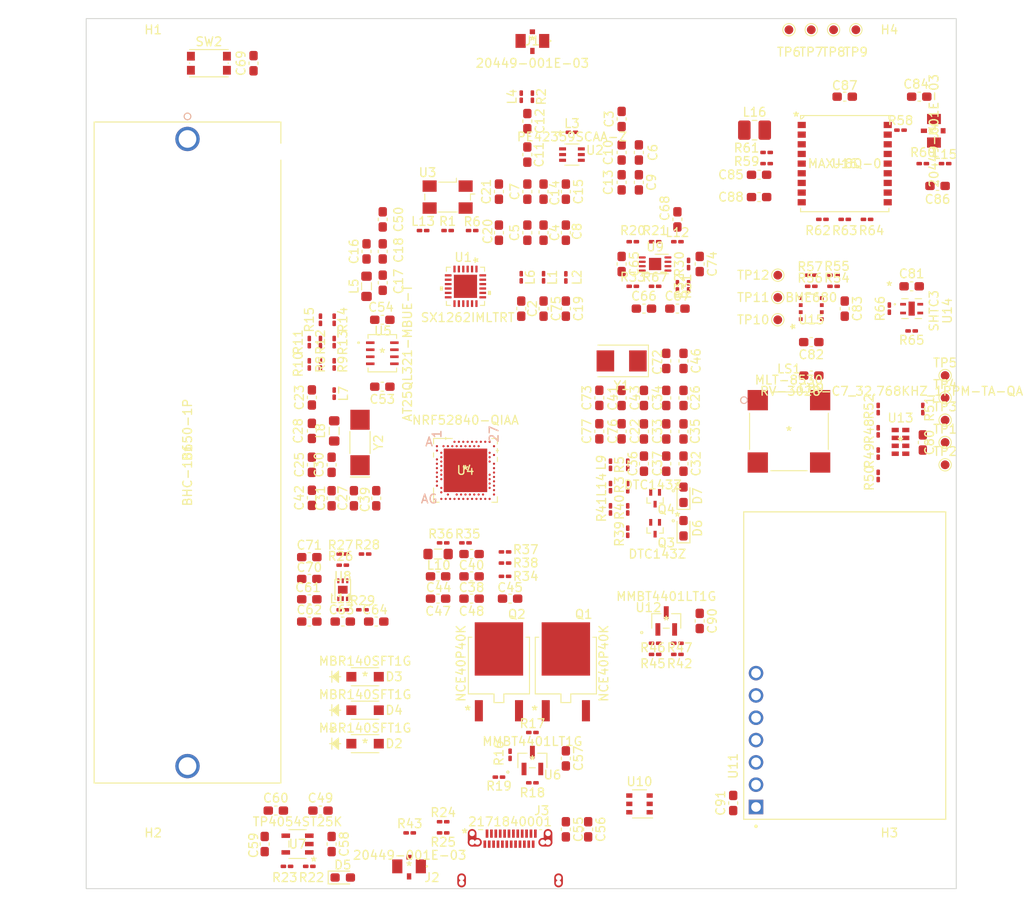
<source format=kicad_pcb>
(kicad_pcb (version 20211014) (generator pcbnew)
  (layers (0 "F.Cu" signal) (31 "B.Cu" signal) (34 "B.Paste" user) (35 "F.Paste" user) (36 "B.SilkS" user "B.Silkscreen") (37 "F.SilkS" user "F.Silkscreen") (38 "B.Mask" user) (39 "F.Mask" user) (44 "Edge.Cuts" user))
  (net 0 "")
  (net 1 "Net-(C2-Pad1)")
  (net 2 "GND")
  (net 3 "Net-(C3-Pad2)")
  (net 4 "Net-(C4-Pad1)")
  (net 5 "Net-(C5-Pad1)")
  (net 6 "Net-(C5-Pad2)")
  (net 7 "Net-(C6-Pad2)")
  (net 8 "Net-(C7-Pad1)")
  (net 9 "Net-(C11-Pad1)")
  (net 10 "Net-(C10-Pad1)")
  (net 11 "Net-(C12-Pad1)")
  (net 12 "Net-(C13-Pad1)")
  (net 13 "Net-(C14-Pad1)")
  (net 14 "Net-(C14-Pad2)")
  (net 15 "Net-(C16-Pad1)")
  (net 16 "+BATT")
  (net 17 "Net-(C19-Pad1)")
  (net 18 "Net-(C20-Pad1)")
  (net 19 "/32M_TCXO")
  (net 20 "Net-(C21-Pad1)")
  (net 21 "/DEC4_6")
  (net 22 "VDD")
  (net 23 "Net-(C26-Pad1)")
  (net 24 "Net-(C28-Pad2)")
  (net 25 "Net-(C30-Pad2)")
  (net 26 "Net-(C31-Pad2)")
  (net 27 "Net-(C33-Pad1)")
  (net 28 "Net-(C34-Pad1)")
  (net 29 "Net-(C35-Pad1)")
  (net 30 "Net-(C37-Pad1)")
  (net 31 "Net-(C40-Pad1)")
  (net 32 "VBUS")
  (net 33 "/NRF_RESET")
  (net 34 "+3V3")
  (net 35 "VD")
  (net 36 "Net-(R6-Pad1)")
  (net 37 "/I2C_SDA")
  (net 38 "/I2C_SCL")
  (net 39 "Net-(R54-Pad2)")
  (net 40 "Net-(C70-Pad1)")
  (net 41 "Net-(C71-Pad1)")
  (net 42 "Net-(C72-Pad1)")
  (net 43 "Net-(C73-Pad1)")
  (net 44 "Net-(C74-Pad1)")
  (net 45 "/NFC1")
  (net 46 "/NFC2")
  (net 47 "Net-(C84-Pad1)")
  (net 48 "Net-(C85-Pad1)")
  (net 49 "Net-(C86-Pad1)")
  (net 50 "Net-(C86-Pad2)")
  (net 51 "/RESET_GPS")
  (net 52 "Net-(D5-Pad1)")
  (net 53 "Net-(D6-Pad1)")
  (net 54 "Net-(D6-Pad2)")
  (net 55 "Net-(D7-Pad1)")
  (net 56 "Net-(D7-Pad2)")
  (net 57 "Net-(L5-Pad2)")
  (net 58 "Net-(L7-Pad2)")
  (net 59 "Net-(L8-Pad2)")
  (net 60 "Net-(L10-Pad2)")
  (net 61 "Net-(L11-Pad1)")
  (net 62 "Net-(L12-Pad1)")
  (net 63 "/DIO3")
  (net 64 "Net-(L15-Pad1)")
  (net 65 "/RF_LoRa")
  (net 66 "/ANT_SW")
  (net 67 "/DIO2")
  (net 68 "Net-(R16-Pad2)")
  (net 69 "Net-(Q1-Pad1)")
  (net 70 "/ADC_VBAT")
  (net 71 "Net-(R22-Pad2)")
  (net 72 "Net-(R23-Pad1)")
  (net 73 "Net-(J3-PadA5)")
  (net 74 "Net-(J3-PadB5)")
  (net 75 "Net-(R27-Pad2)")
  (net 76 "Net-(R31-Pad2)")
  (net 77 "Net-(R33-Pad2)")
  (net 78 "/I2C_SCL_2")
  (net 79 "/I2C_SDA_2")
  (net 80 "/IO6")
  (net 81 "/IO5")
  (net 82 "/RF_BT")
  (net 83 "Net-(R45-Pad2)")
  (net 84 "/PO-04{slash}AIN2")
  (net 85 "Net-(R52-Pad2)")
  (net 86 "Net-(R58-Pad2)")
  (net 87 "Net-(R59-Pad2)")
  (net 88 "Net-(R60-Pad1)")
  (net 89 "/STANDBY")
  (net 90 "/UART1_DE")
  (net 91 "/UART1_RX")
  (net 92 "/UART1_TX")
  (net 93 "/PO-31{slash}ANT7")
  (net 94 "/QSPI_DIO1")
  (net 95 "/QSPI_DIO3")
  (net 96 "/DIO1")
  (net 97 "/SPI_MISO")
  (net 98 "/SPI_NSS")
  (net 99 "/QSPI_DIO0")
  (net 100 "/QSPI_DIO2")
  (net 101 "/QSPI_CLK")
  (net 102 "/BUSY")
  (net 103 "/SPI_MOSI")
  (net 104 "/SPI_CLK")
  (net 105 "/QSPI_CS")
  (net 107 "/PO-05{slash}AIN3")
  (net 113 "/NRESET")
  (net 116 "/LED2")
  (net 117 "/LED1")
  (net 118 "/SW2")
  (net 119 "/SW1")
  (net 120 "/SWDCLK")
  (net 121 "/UART2_TX")
  (net 123 "/SWDIO")
  (net 124 "/NRF_USB-")
  (net 125 "/NRF_USB+")
  (net 126 "/UART2_RX")
  (net 127 "/UART2_DE")
  (net 130 "VCC")
  (net 133 "/USB P")
  (net 134 "/USB N")
  (net 143 "Net-(LS1-Pad2)")
  (footprint "Resistor_SMD:R_0201_0603Metric_Pad0.64x0.40mm_HandSolder" (layer "F.Cu") (at 130.81 102.87)
    (fp_text reference "R27")
    (fp_text value "800k")
  )
  (footprint "Resistor_SMD:R_0201_0603Metric_Pad0.64x0.40mm_HandSolder" (layer "F.Cu") (at 186.69 71.12)
    (fp_text reference "R55")
    (fp_text value "0")
  )
  (footprint "footprints:NCE40P40K" (layer "F.Cu") (at 156.21 115.57)
    (fp_text reference "Q1")
    (fp_text value "NCE40P40K")
  )
  (footprint "footprints:DTC143ZEBTL" (layer "F.Cu") (at 166.37 99.935 180)
    (fp_text reference "Q3")
    (fp_text value "DTC143Z")
  )
  (footprint "Capacitor_SMD:C_0603_1608Metric_Pad1.08x0.95mm_HandSolder" (layer "F.Cu") (at 145.4735 102.87)
    (fp_text reference "C40")
    (fp_text value "4.7uF")
  )
  (footprint "Resistor_SMD:R_0201_0603Metric_Pad0.64x0.40mm_HandSolder" (layer "F.Cu") (at 142.24 101.6 180)
    (fp_text reference "R36")
    (fp_text value "4.7K")
  )
  (footprint "Resistor_SMD:R_0201_0603Metric_Pad0.64x0.40mm_HandSolder" (layer "F.Cu") (at 195.58 77.47 180)
    (fp_text reference "R65")
    (fp_text value "NC")
  )
  (footprint "Capacitor_SMD:C_0603_1608Metric_Pad1.08x0.95mm_HandSolder" (layer "F.Cu") (at 120.65 46.99 90)
    (fp_text reference "C69")
    (fp_text value "100nF")
  )
  (footprint "Capacitor_SMD:C_0603_1608Metric_Pad1.08x0.95mm_HandSolder" (layer "F.Cu") (at 187.96 74.93 -90)
    (fp_text reference "C83")
    (fp_text value "100nF")
  )
  (footprint "Capacitor_SMD:C_0603_1608Metric_Pad1.08x0.95mm_HandSolder" (layer "F.Cu") (at 135.36 71.9825 -90)
    (fp_text reference "C17")
    (fp_text value "100nF")
  )
  (footprint "Resistor_SMD:R_0201_0603Metric_Pad0.64x0.40mm_HandSolder" (layer "F.Cu") (at 128.27 76.2 -90)
    (fp_text reference "R15")
    (fp_text value "NC")
  )
  (footprint "Resistor_SMD:R_0201_0603Metric_Pad0.64x0.40mm_HandSolder" (layer "F.Cu") (at 163.2535 92.71 -90)
    (fp_text reference "R5")
    (fp_text value "100R")
  )
  (footprint "Resistor_SMD:R_0201_0603Metric_Pad0.64x0.40mm_HandSolder" (layer "F.Cu") (at 186.69 72.39 180)
    (fp_text reference "R54")
    (fp_text value "NC")
  )
  (footprint "Inductor_SMD:L_0201_0603Metric_Pad0.64x0.40mm_HandSolder" (layer "F.Cu") (at 139.954 66.04)
    (fp_text reference "L13")
    (fp_text value "120uH")
  )
  (footprint "Resistor_SMD:R_0201_0603Metric_Pad0.64x0.40mm_HandSolder" (layer "F.Cu") (at 168.91 113.03)
    (fp_text reference "R47")
    (fp_text value "4.7K")
  )
  (footprint "MountingHole:MountingHole_2.7mm" (layer "F.Cu") (at 105.41 137.16)
    (fp_text reference "H2")
    (fp_text value "MountingHole")
  )
  (footprint "Capacitor_SMD:C_0603_1608Metric_Pad1.08x0.95mm_HandSolder" (layer "F.Cu") (at 127 110.56)
    (fp_text reference "C62")
    (fp_text value "100nF")
  )
  (footprint "footprints:MAX-8Q-0" (layer "F.Cu") (at 187.96 58.42)
    (fp_text reference "U16")
    (fp_text value "MAX-8Q-0")
  )
  (footprint "footprints:SGM6036-ADJ" (layer "F.Cu") (at 130.81 102.362)
    (fp_text reference "U8")
    (fp_text value "SGM6036-ADJ")
  )
  (footprint "Capacitor_SMD:C_0603_1608Metric_Pad1.08x0.95mm_HandSolder" (layer "F.Cu") (at 151.8235 66.2815 -90)
    (fp_text reference "C4")
    (fp_text value "1uF")
  )
  (footprint "Capacitor_SMD:C_0603_1608Metric_Pad1.08x0.95mm_HandSolder" (layer "F.Cu") (at 168.91 74.93)
    (fp_text reference "C67")
    (fp_text value "100nF")
  )
  (footprint "Capacitor_SMD:C_0603_1608Metric_Pad1.08x0.95mm_HandSolder" (layer "F.Cu") (at 127 108.02)
    (fp_text reference "C61")
    (fp_text value "100nF")
  )
  (footprint "Capacitor_SMD:C_0603_1608Metric_Pad1.08x0.95mm_HandSolder" (layer "F.Cu") (at 158.75 134.2125 -90)
    (fp_text reference "C56")
    (fp_text value "100nF")
  )
  (footprint "TestPoint:TestPoint_Pad_D1.0mm" (layer "F.Cu") (at 199.39 90.17)
    (fp_text reference "TP1")
    (fp_text value "TestPoint")
  )
  (footprint "Capacitor_SMD:C_0603_1608Metric_Pad1.08x0.95mm_HandSolder" (layer "F.Cu") (at 187.96 50.8)
    (fp_text reference "C87")
    (fp_text value "100nF")
  )
  (footprint "Resistor_SMD:R_0201_0603Metric_Pad0.64x0.40mm_HandSolder" (layer "F.Cu") (at 133.05 109.22)
    (fp_text reference "R29")
    (fp_text value "1M")
  )
  (footprint "Inductor_SMD:L_0201_0603Metric_Pad0.64x0.40mm_HandSolder" (layer "F.Cu") (at 153.67 71.3615 -90)
    (fp_text reference "L1")
    (fp_text value "47nH")
  )
  (footprint "footprints:DTC143ZEBTL" (layer "F.Cu") (at 166.37 96.52 180)
    (fp_text reference "Q4")
    (fp_text value "DTC143Z")
  )
  (footprint "Capacitor_SMD:C_0603_1608Metric_Pad1.08x0.95mm_HandSolder" (layer "F.Cu") (at 178.2075 59.69)
    (fp_text reference "C85")
    (fp_text value "100nF")
  )
  (footprint "Crystal:Crystal_SMD_5032-2Pin_5.0x3.2mm" (layer "F.Cu") (at 162.56 80.885 180)
    (fp_text reference "Y1")
    (fp_text value "32MHz")
  )
  (footprint "TestPoint:TestPoint_Pad_D1.0mm" (layer "F.Cu") (at 180.34 73.66)
    (fp_text reference "TP11")
    (fp_text value "TestPoint")
  )
  (footprint "Capacitor_SMD:C_0603_1608Metric_Pad1.08x0.95mm_HandSolder" (layer "F.Cu") (at 162.56 85.1025 -90)
    (fp_text reference "C41")
    (fp_text value "100nF")
  )
  (footprint "Capacitor_SMD:C_0603_1608Metric_Pad1.08x0.95mm_HandSolder" (layer "F.Cu") (at 156.21 74.93 -90)
    (fp_text reference "C19")
    (fp_text value "1.8pF")
  )
  (footprint "Resistor_SMD:R_0201_0603Metric_Pad0.64x0.40mm_HandSolder" (layer "F.Cu") (at 170.18 69.85 90)
    (fp_text reference "R30")
    (fp_text value "32.4K")
  )
  (footprint "TestPoint:TestPoint_Pad_D1.0mm" (layer "F.Cu") (at 199.39 92.71)
    (fp_text reference "TP2")
    (fp_text value "TestPoint")
  )
  (footprint "Resistor_SMD:R_0201_0603Metric_Pad0.64x0.40mm_HandSolder" (layer "F.Cu") (at 128.27 78.74 90)
    (fp_text reference "R12")
    (fp_text value "0")
  )
  (footprint "Inductor_SMD:L_0201_0603Metric_Pad0.64x0.40mm_HandSolder" (layer "F.Cu") (at 199.39 58.42)
    (fp_text reference "L15")
    (fp_text value "47nH")
  )
  (footprint "Capacitor_SMD:C_0603_1608Metric_Pad1.08x0.95mm_HandSolder" (layer "F.Cu") (at 145.4735 107.95 180)
    (fp_text reference "C48")
    (fp_text value "100nF")
  )
  (footprint "Capacitor_SMD:C_0603_1608Metric_Pad1.08x0.95mm_HandSolder" (layer "F.Cu") (at 135.3135 76.2)
    (fp_text reference "C54")
    (fp_text value "100nF")
  )
  (footprint "TestPoint:TestPoint_Pad_D1.0mm" (layer "F.Cu") (at 189.23 43.18)
    (fp_text reference "TP9")
    (fp_text value "TestPoint")
  )
  (footprint "Capacitor_SMD:C_0603_1608Metric_Pad1.08x0.95mm_HandSolder" (layer "F.Cu") (at 196.85 90.17 -90)
    (fp_text reference "C80")
    (fp_text value "100nF")
  )
  (footprint "Capacitor_SMD:C_0603_1608Metric_Pad1.08x0.95mm_HandSolder" (layer "F.Cu") (at 127.2935 88.8525 -90)
    (fp_text reference "C28")
    (fp_text value "100nF")
  )
  (footprint "Capacitor_SMD:C_0603_1608Metric_Pad1.08x0.95mm_HandSolder" (layer "F.Cu") (at 151.8235 53.5815 -90)
    (fp_text reference "C12")
    (fp_text value "3.9pF")
  )
  (footprint "Resistor_SMD:R_0201_0603Metric_Pad0.64x0.40mm_HandSolder" (layer "F.Cu") (at 152.4 50.8 90)
    (fp_text reference "R2")
    (fp_text value "NC")
  )
  (footprint "Capacitor_SMD:C_0603_1608Metric_Pad1.08x0.95mm_HandSolder" (layer "F.Cu") (at 145.4735 105.41)
    (fp_text reference "C38")
    (fp_text value "4.7uF")
  )
  (footprint "Capacitor_SMD:C_0603_1608Metric_Pad1.08x0.95mm_HandSolder" (layer "F.Cu") (at 127.2935 85.0425 90)
    (fp_text reference "C23")
    (fp_text value "47nF")
  )
  (footprint "footprints:MBR140SFT1G" (layer "F.Cu") (at 133.35 124.46)
    (fp_text reference "D2")
    (fp_text value "MBR140SFT1G")
  )
  (footprint "Resistor_SMD:R_0201_0603Metric_Pad0.64x0.40mm_HandSolder" (layer "F.Cu") (at 142.24 134.62 180)
    (fp_text reference "R25")
    (fp_text value "4.7k")
  )
  (footprint "Capacitor_SMD:C_0603_1608Metric_Pad1.08x0.95mm_HandSolder" (layer "F.Cu") (at 134.62 96.52 -90)
    (fp_text reference "C39")
    (fp_text value "4.7uF")
  )
  (footprint "Capacitor_SMD:C_0603_1608Metric_Pad1.08x0.95mm_HandSolder" (layer "F.Cu") (at 130.81 110.56)
    (fp_text reference "C63")
    (fp_text value "100nF")
  )
  (footprint "LED_SMD:LED_0603_1608Metric_Pad1.05x0.95mm_HandSolder" (layer "F.Cu") (at 130.81 139.7)
    (fp_text reference "D5")
    (fp_text value "RED")
  )
  (footprint "Inductor_SMD:L_0805_2012Metric_Pad1.05x1.20mm_HandSolder" (layer "F.Cu") (at 141.6635 102.87 180)
    (fp_text reference "L10")
    (fp_text value "10uH")
  )
  (footprint "Capacitor_SMD:C_0603_1608Metric_Pad1.08x0.95mm_HandSolder" (layer "F.Cu") (at 162.56 88.9 90)
    (fp_text reference "C76")
    (fp_text value "300pF")
  )
  (footprint "footprints:PE42359SCAA-Z" (layer "F.Cu") (at 156.9035 57.3915)
    (fp_text reference "U2")
    (fp_text value "PE42359SCAA-Z")
  )
  (footprint "Resistor_SMD:R_0201_0603Metric_Pad0.64x0.40mm_HandSolder" (layer "F.Cu") (at 129.8335 76.2 -90)
    (fp_text reference "R14")
    (fp_text value "0")
  )
  (footprint "Capacitor_SMD:C_0603_1608Metric_Pad1.08x0.95mm_HandSolder" (layer "F.Cu") (at 160.02 88.9 90)
    (fp_text reference "C77")
    (fp_text value "300pF")
  )
  (footprint "TestPoint:TestPoint_Pad_D1.0mm" (layer "F.Cu") (at 199.39 85.09)
    (fp_text reference "TP4")
    (fp_text value "TestPoint")
  )
  (footprint "Resistor_SMD:R_0201_0603Metric_Pad0.64x0.40mm_HandSolder" (layer "F.Cu") (at 129.8335 78.74 90)
    (fp_text reference "R13")
    (fp_text value "NC")
  )
  (footprint "Resistor_SMD:R_0201_0603Metric_Pad0.64x0.40mm_HandSolder" (layer "F.Cu") (at 163.2535 97.79 90)
    (fp_text reference "R40")
    (fp_text value "1K")
  )
  (footprint "Resistor_SMD:R_0201_0603Metric_Pad0.64x0.40mm_HandSolder" (layer "F.Cu") (at 194.31 54.61)
    (fp_text reference "R58")
    (fp_text value "0")
  )
  (footprint "Capacitor_SMD:C_0603_1608Metric_Pad1.08x0.95mm_HandSolder" (layer "F.Cu") (at 162.56 53.34 90)
    (fp_text reference "C3")
    (fp_text value "1nF")
  )
  (footprint "footprints:NCE40P40K" (layer "F.Cu") (at 148.59 115.57)
    (fp_text reference "Q2")
    (fp_text value "NCE40P40K")
  )
  (footprint "Oscillator:Oscillator_SMD_Fox_FT5H_5.0x3.2mm" (layer "F.Cu") (at 142.748 62.23 -90)
    (fp_text reference "U3")
    (fp_text value "32MHz")
  )
  (footprint "Resistor_SMD:R_0201_0603Metric_Pad0.64x0.40mm_HandSolder" (layer "F.Cu") (at 163.2535 95.25 90)
    (fp_text reference "R3")
    (fp_text value "100R")
  )
  (footprint "TestPoint:TestPoint_Pad_D1.0mm" (layer "F.Cu") (at 199.39 82.55)
    (fp_text reference "TP5")
    (fp_text value "TestPoint")
  )
  (footprint "Capacitor_SMD:C_0603_1608Metric_Pad1.08x0.95mm_HandSolder" (layer "F.Cu") (at 151.8235 57.3915 90)
    (fp_text reference "C11")
    (fp_text value "3.9pF")
  )
  (footprint "Resistor_SMD:R_0201_0603Metric_Pad0.64x0.40mm_HandSolder" (layer "F.Cu") (at 184.15 71.12)
    (fp_text reference "R57")
    (fp_text value "NC")
  )
  (footprint "Inductor_SMD:L_0201_0603Metric_Pad0.64x0.40mm_HandSolder" (layer "F.Cu") (at 156.21 71.374 90)
    (fp_text reference "L2")
    (fp_text value "2.5nH")
  )
  (footprint "Resistor_SMD:R_0201_0603Metric_Pad0.64x0.40mm_HandSolder" (layer "F.Cu") (at 152.4 123.19 180)
    (fp_text reference "R17")
    (fp_text value "100K")
  )
  (footprint "Resistor_SMD:R_0201_0603Metric_Pad0.64x0.40mm_HandSolder" (layer "F.Cu") (at 127 81.28 -90)
    (fp_text reference "R10")
    (fp_text value "NC")
  )
  (footprint "Capacitor_SMD:C_0603_1608Metric_Pad1.08x0.95mm_HandSolder" (layer "F.Cu") (at 134.62 110.56)
    (fp_text reference "C64")
    (fp_text value "100nF")
  )
  (footprint "footprints:20449-001E-03" (layer "F.Cu") (at 138.3584 138.43 180)
    (fp_text reference "J2")
    (fp_text value "20449-001E-03")
  )
  (footprint "Capacitor_SMD:C_0603_1608Metric_Pad1.08x0.95mm_HandSolder" (layer "F.Cu") (at 148.59 61.609 90)
    (fp_text reference "C21")
    (fp_text value "100nF")
  )
  (footprint "Capacitor_SMD:C_0603_1608Metric_Pad1.08x0.95mm_HandSolder" (layer "F.Cu") (at 171.45 69.85 -90)
    (fp_text reference "C74")
    (fp_text value "22pF")
  )
  (footprint "footprints:MBR140SFT1G" (layer "F.Cu") (at 133.35 116.84)
    (fp_text reference "D3")
    (fp_text value "MBR140SFT1G")
  )
  (footprint "TestPoint:TestPoint_Pad_D1.0mm" (layer "F.Cu") (at 184.15 43.18)
    (fp_text reference "TP7")
    (fp_text value "TestPoint")
  )
  (footprint "Resistor_SMD:R_0201_0603Metric_Pad0.64x0.40mm_HandSolder" (layer "F.Cu") (at 145.542 66.04)
    (fp_text reference "R6")
    (fp_text value "220")
  )
  (footprint "Inductor_SMD:L_0201_0603Metric_Pad0.64x0.40mm_HandSolder" (layer "F.Cu") (at 130.81 109.22 180)
    (fp_text reference "L11")
    (fp_text value "4.7uH")
  )
  (footprint "Resistor_SMD:R_0201_0603Metric_Pad0.64x0.40mm_HandSolder" (layer "F.Cu") (at 163.83 72.39)
    (fp_text reference "R33")
    (fp_text value "10K")
  )
  (footprint "Capacitor_SMD:C_0603_1608Metric_Pad1.08x0.95mm_HandSolder" (layer "F.Cu") (at 169.6035 85.1025 90)
    (fp_text reference "C34")
    (fp_text value "1pF")
  )
  (footprint "Resistor_SMD:R_0201_0603Metric_Pad0.64x0.40mm_HandSolder" (layer "F.Cu") (at 142.748 66.04)
    (fp_text reference "R1")
    (fp_text value "0")
  )
  (footprint "footprints:MBR140SFT1G" (layer "F.Cu") (at 133.35 120.65)
    (fp_text reference "D4")
    (fp_text value "MBR140SFT1G")
  )
  (footprint "Resistor_SMD:R_0201_0603Metric_Pad0.64x0.40mm_HandSolder" (layer "F.Cu") (at 149.86 125.73 -90)
    (fp_text reference "R16")
    (fp_text value "47K")
  )
  (footprint "TestPoint:TestPoint_Pad_D1.0mm" (layer "F.Cu") (at 199.39 87.63)
    (fp_text reference "TP3")
    (fp_text value "TestPoint")
  )
  (footprint "Package_DFN_QFN:TDFN-8-1EP_3x2mm_P0.5mm_EP1.4x1.4mm" (layer "F.Cu") (at 166.37 69.85)
    (fp_text reference "U9")
    (fp_text value "SGM6019")
  )
  (footprint "Resistor_SMD:R_0201_0603Metric_Pad0.64x0.40mm_HandSolder" (layer "F.Cu") (at 142.24 133.35)
    (fp_text reference "R24")
    (fp_text value "4.7k")
  )
  (footprint "Capacitor_SMD:C_0603_1608Metric_Pad1.08x0.95mm_HandSolder" (layer "F.Cu") (at 135.36 68.414 90)
    (fp_text reference "C18")
    (fp_text value "100nF")
  )
  (footprint "Capacitor_SMD:C_0603_1608Metric_Pad1.08x0.95mm_HandSolder" (layer "F.Cu") (at 148.59 66.2815 -90)
    (fp_text reference "C20")
    (fp_text value "10pF")
  )
  (footprint "footprints:20449-001E-03" (layer "F.Cu") (at 198.12 54.6816 90)
    (fp_text reference "J4")
    (fp_text value "20449-001E-03")
  )
  (footprint "Resistor_SMD:R_0201_0603Metric_Pad0.64x0.40mm_HandSolder" (layer "F.Cu") (at 179.07 58.42)
    (fp_text reference "R59")
    (fp_text value "0")
  )
  (footprint "Capacitor_SMD:C_0603_1608Metric_Pad1.08x0.95mm_HandSolder" (layer "F.Cu") (at 153.67 74.93 -90)
    (fp_text reference "C75")
    (fp_text value "100nF")
  )
  (footprint "Resistor_SMD:R_0201_0603Metric_Pad0.64x0.40mm_HandSolder" (layer "F.Cu") (at 184.15 72.39)
    (fp_text reference "R56")
    (fp_text value "NC")
  )
  (footprint "TestPoint:TestPoint_Pad_D1.0mm" (layer "F.Cu") (at 186.69 43.18)
    (fp_text reference "TP8")
    (fp_text value "TestPoint")
  )
  (footprint "footprints:MMBT4401LT1G" (layer "F.Cu") (at 167.64 110.49)
    (fp_text reference "U12")
    (fp_text value "MMBT4401LT1G")
  )
  (footprint "Capacitor_SMD:C_0603_1608Metric_Pad1.08x0.95mm_HandSolder" (layer "F.Cu") (at 151.8235 61.609 90)
    (fp_text reference "C7")
    (fp_text value "39pF")
  )
  (footprint "Capacitor_SMD:C_0603_1608Metric_Pad1.08x0.95mm_HandSolder" (layer "F.Cu") (at 129.54 96.52 90)
    (fp_text reference "C31")
    (fp_text value "22pF")
  )
  (footprint "footprints:TP4054ST25K" (layer "F.Cu") (at 125.66015 135.89 180)
    (fp_text reference "U7")
    (fp_text value "TP4054ST25K")
  )
  (footprint "Capacitor_SMD:C_0603_1608Metric_Pad1.08x0.95mm_HandSolder" (layer "F.Cu") (at 165.1 92.5815 90)
    (fp_text reference "C36")
    (fp_text value "NC")
  )
  (footprint "footprints:20449-001E-03" (layer "F.Cu") (at 152.4 44.45 180)
    (fp_text reference "J1")
    (fp_text value "20449-001E-03")
  )
  (footprint "Resistor_SMD:R_0201_0603Metric_Pad0.64x0.40mm_HandSolder" (layer "F.Cu") (at 163.83 67.31)
    (fp_text reference "R20")
    (fp_text value "1M")
  )
  (footprint "Capacitor_SMD:C_0603_1608Metric_Pad1.08x0.95mm_HandSolder" (layer "F.Cu") (at 153.67 66.2815 90)
    (fp_text reference "C5")
    (fp_text value "3pF")
  )
  (footprint "MountingHole:MountingHole_2.7mm" (layer "F.Cu") (at 196.85 137.16)
    (fp_text reference "H3")
    (fp_text value "MountingHole")
  )
  (footprint "Capacitor_SMD:C_0603_1608Metric_Pad1.08x0.95mm_HandSolder" (layer "F.Cu") (at 165.1 88.9125 90)
    (fp_text reference "C22")
    (fp_text value "1uF")
  )
  (footprint "Capacitor_SMD:C_0603_1608Metric_Pad1.08x0.95mm_HandSolder" (layer "F.Cu") (at 127 105.704)
    (fp_text reference "C70")
    (fp_text value "1uF")
  )
  (footprint "Capacitor_SMD:C_0603_1608Metric_Pad1.08x0.95mm_HandSolder" (layer "F.Cu") (at 167.64 80.885 -90)
    (fp_text reference "C72")
    (fp_text value "12pF")
  )
  (footprint "Capacitor_SMD:C_0603_1608Metric_Pad1.08x0.95mm_HandSolder" (layer "F.Cu") (at 169.6035 92.5815 -90)
    (fp_text reference "C32")
    (fp_text value "NC")
  )
  (footprint "Capacitor_SMD:C_0603_1608Metric_Pad1.08x0.95mm_HandSolder" (layer "F.Cu") (at 198.5275 60.96)
    (fp_text reference "C86")
    (fp_text value "100pF")
  )
  (footprint "Resistor_SMD:R_0201_0603Metric_Pad0.64x0.40mm_HandSolder" (layer "F.Cu") (at 185.42 64.77)
    (fp_text reference "R62")
    (fp_text value "4.7K")
  )
  (footprint "Inductor_SMD:L_0201_0603Metric_Pad0.64x0.40mm_HandSolder" (layer "F.Cu") (at 161.29 92.71 90)
    (fp_text reference "L9")
    (fp_text value "3.9nH")
  )
  (footprint "MountingHole:MountingHole_2.7mm" (layer "F.Cu") (at 196.85 45.72)
    (fp_text reference "H4")
    (fp_text value "MountingHole")
  )
  (footprint "Resistor_SMD:R_0201_0603Metric_Pad0.64x0.40mm_HandSolder" (layer "F.Cu") (at 168.91 114.3 180)
    (fp_text reference "R42")
    (fp_text value "0")
  )
  (footprint "Resistor_SMD:R_0201_0603Metric_Pad0.64x0.40mm_HandSolder" (layer "F.Cu") (at 124.46 138.43)
    (fp_text reference "R23")
    (fp_text value "2.7k")
  )
  (footprint "Resistor_SMD:R_0201_0603Metric_Pad0.64x0.40mm_HandSolder" (layer "F.Cu") (at 193.04 74.93 90)
    (fp_text reference "R66")
    (fp_text value "NC")
  )
  (footprint "footprints:MODULE_SCD30" (layer "F.Cu") (at 187.96 115.57 90)
    (fp_text reference "U11")
    (fp_text value "SCD30")
  )
  (footprint "Resistor_SMD:R_0201_0603Metric_Pad0.64x0.40mm_HandSolder" (layer "F.Cu") (at 191.77 93.98 -90)
    (fp_text reference "R50")
    (fp_text value "10K")
  )
  (footprint "Capacitor_SMD:C_0603_1608Metric_Pad1.08x0.95mm_HandSolder" (layer "F.Cu") (at 168.91 64.77 90)
    (fp_text reference "C68")
    (fp_text value "100nF")
  )
  (footprint "footprints:RV-3028-C7 32.768KHZ 1PPM-TA-QA" (layer "F.Cu") (at 194.31 90.1)
    (fp_text reference "U13")
    (fp_text value "RV-3028-C7_32.768KHZ_1PPM-TA-QA")
  )
  (footprint "footprints:SHTC3" (layer "F.Cu") (at 195.58 74.93)
    (fp_text reference "U14")
    (fp_text value "SHTC3")
  )
  (footprint "Capacitor_SMD:C_0603_1608Metric_Pad1.08x0.95mm_HandSolder" (layer "F.Cu") (at 123.19 132.08)
    (fp_text reference "C60")
    (fp_text value "100uF")
  )
  (footprint "Resistor_SMD:R_0201_0603Metric_Pad0.64x0.40mm_HandSolder" (layer "F.Cu") (at 191.77 86.36 90)
    (fp_text reference "R52")
    (fp_text value "10K")
  )
  (footprint "Crystal:Crystal_SMD_MicroCrystal_CC4V-T1A-2Pin_5.0x1.9mm_HandSoldering" (layer "F.Cu") (at 132.7735 90.17 90)
    (fp_text reference "Y2")
    (fp_text value "32.768K")
  )
  (footprint "footprints:SX1262IMLTRT" (layer "F.Cu") (at 144.78 72.39 -90)
    (fp_text reference "U1")
    (fp_text value "SX1262IMLTRT")
  )
  (footprint "Capacitor_SMD:C_0603_1608Metric_Pad1.08x0.95mm_HandSolder" (layer "F.Cu") (at 171.45 110.49 -90)
    (fp_text reference "C90")
    (fp_text value "100nF")
  )
  (footprint "Resistor_SMD:R_0201_0603Metric_Pad0.64x0.40mm_HandSolder" (layer "F.Cu") (at 179.07 57.15)
    (fp_text reference "R61")
    (fp_text value "4.7K")
  )
  (footprint "Resistor_SMD:R_0201_0603Metric_Pad0.64x0.40mm_HandSolder" (layer "F.Cu") (at 191.77 88.9 -90)
    (fp_text reference "R48")
    (fp_text value "10K")
  )
  (footprint "Capacitor_SMD:C_0603_1608Metric_Pad1.08x0.95mm_HandSolder" (layer "F.Cu") (at 156.21 61.609 -90)
    (fp_text reference "C15")
    (fp_text value "NC")
  )
  (footprint "Resistor_SMD:R_0201_0603Metric_Pad0.64x0.40mm_HandSolder" (layer "F.Cu") (at 127 138.43 180)
    (fp_text reference "R22")
    (fp_text value "1k")
  )
  (footprint "Capacitor_SMD:C_0603_1608Metric_Pad1.08x0.95mm_HandSolder" (layer "F.Cu") (at 141.6635 105.41)
    (fp_text reference "C44")
    (fp_text value "100nF")
  )
  (footprint "Resistor_SMD:R_0201_0603Metric_Pad0.64x0.40mm_HandSolder" (layer "F.Cu") (at 128.27 81.28 90)
    (fp_text reference "R8")
    (fp_text value "NC")
  )
  (footprint "Capacitor_SMD:C_0603_1608Metric_Pad1.08x0.95mm_HandSolder" (layer "F.Cu") (at 156.21 134.2125 -90)
    (fp_text reference "C55")
    (fp_text value "100nF")
  )
  (footprint "Inductor_SMD:L_0201_0603Metric_Pad0.64x0.40mm_HandSolder" (layer "F.Cu") (at 129.8335 84.61 -90)
    (fp_text reference "L7")
    (fp_text value "13nH")
  )
  (footprint "Resistor_SMD:R_0201_0603Metric_Pad0.64x0.40mm_HandSolder" (layer "F.Cu") (at 149.2835 102.6285 180)
    (fp_text reference "R37")
    (fp_text value "4.7K")
  )
  (footprint "Capacitor_SMD:C_0603_1608Metric_Pad1.08x0.95mm_HandSolder" (layer "F.Cu") (at 196.4425 50.8)
    (fp_text reference "C84")
    (fp_text value "10uF")
  )
  (footprint "Capacitor_SMD:C_0603_1608Metric_Pad1.08x0.95mm_HandSolder" (layer "F.Cu") (at 164.5235 60.5525 -90)
    (fp_text reference "C9")
    (fp_text value "5.6pF")
  )
  (footprint "Resistor_SMD:R_0201_0603Metric_Pad0.64x0.40mm_HandSolder" (layer "F.Cu") (at 166.37 72.39)
    (fp_text reference "R67")
    (fp_text value "NC")
  )
  (footprint "Capacitor_SMD:C_0603_1608Metric_Pad1.08x0.95mm_HandSolder" (layer "F.Cu") (at 165.1 85.1025 -90)
    (fp_text reference "C43")
    (fp_text value "100nF")
  )
  (footprint "Capacitor_SMD:C_0603_1608Metric_Pad1.08x0.95mm_HandSolder" (layer "F.Cu") (at 167.64 85.1025 -90)
    (fp_text reference "C26")
    (fp_text value "NC")
  )
  (footprint "MountingHole:MountingHole_2.7mm" (layer "F.Cu") (at 105.41 45.72)
    (fp_text reference "H1")
    (fp_text value "MountingHole")
  )
  (footprint "Capacitor_SMD:C_0603_1608Metric_Pad1.08x0.95mm_HandSolder" (layer "F.Cu") (at 184.15 82.55 180)
    (fp_text reference "C89")
    (fp_text value "100nF")
  )
  (footprint "Inductor_SMD:L_0805_2012Metric_Pad1.05x1.20mm_HandSolder" (layer "F.Cu") (at 129.8335 88.8525 -90)
    (fp_text reference "L8")
    (fp_text value "10uH")
  )
  (footprint "Capacitor_SMD:C_0603_1608Metric_Pad1.08x0.95mm_HandSolder" (layer "F.Cu") (at 175.26 131.2175 90)
    (fp_text reference "C91")
    (fp_text value "100nF")
  )
  (footprint "Capacitor_SMD:C_0603_1608Metric_Pad1.08x0.95mm_HandSolder" (layer "F.Cu") (at 178.2075 62.23 180)
    (fp_text reference "C88")
    (fp_text value "1uF")
  )
  (footprint "Capacitor_SMD:C_0603_1608Metric_Pad1.08x0.95mm_HandSolder" (layer "F.Cu") (at 151.13 74.93 -90)
    (fp_text reference "C2")
    (fp_text value "47pF")
  )
  (footprint "Resistor_SMD:R_0201_0603Metric_Pad0.64x0.40mm_HandSolder" (layer "F.Cu") (at 149.2835 105.41)
    (fp_text reference "R34")
    (fp_text value "10K")
  )
  (footprint "Inductor_SMD:L_0201_0603Metric_Pad0.64x0.40mm_HandSolder" (layer "F.Cu") (at 168.91 67.31)
    (fp_text reference "L12")
    (fp_text value "2.2uH")
  )
  (footprint "Resistor_SMD:R_0201_0603Metric_Pad0.64x0.40mm_HandSolder" (layer "F.Cu") (at 196.85 58.42)
    (fp_text reference "R60")
    (fp_text value "10")
  )
  (footprint "Capacitor_SMD:C_0603_1608Metric_Pad1.08x0.95mm_HandSolder" (layer "F.Cu") (at 184.15 78.74 180)
    (fp_text reference "C82")
    (fp_text value "100nF")
  )
  (footprint "TestPoint:TestPoint_Pad_D1.0mm" (layer "F.Cu") (at 181.61 43.18)
    (fp_text reference "TP6")
    (fp_text value "TestPoint")
  )
  (footprint "Capacitor_SMD:C_0603_1608Metric_Pad1.08x0.95mm_HandSolder" (layer "F.Cu") (at 167.64 92.5815 90)
    (fp_text reference "C37")
    (fp_text value "1nF")
  )
  (footprint "Resistor_SMD:R_0201_0603Metric_Pad0.64x0.40mm_HandSolder" (layer "F.Cu") (at 148.59 128.27)
    (fp_text reference "R19")
    (fp_text value "100K")
  )
  (footprint "Capacitor_SMD:C_0603_1608Metric_Pad1.08x0.95mm_HandSolder" (layer "F.Cu") (at 169.6035 88.9125 90)
    (fp_text reference "C35")
    (fp_text value "1pF")
  )
  (footprint "Capacitor_SMD:C_0603_1608Metric_Pad1.08x0.95mm_HandSolder" (layer "F.Cu") (at 169.6035 80.885 -90)
    (fp_text reference "C46")
    (fp_text value "10uF")
  )
  (footprint "Capacitor_SMD:C_0603_1608Metric_Pad1.08x0.95mm_HandSolder" (layer "F.Cu") (at 162.56 69.85 -90)
    (fp_text reference "C65")
    (fp_text value "100nF")
  )
  (footprint "Resistor_SMD:R_0201_0603Metric_Pad0.64x0.40mm_HandSolder" (layer "F.Cu") (at 190.5 64.77)
    (fp_text reference "R64")
    (fp_text value "NC")
  )
  (footprint "Resistor_SMD:R_0201_0603Metric_Pad0.64x0.40mm_HandSolder" (layer "F.Cu") (at 161.29 97.79 -90)
    (fp_text reference "R41")
    (fp_text value "0")
  )
  (footprint "Capacitor_SMD:C_0603_1608Metric_Pad1.08x0.95mm_HandSolder" (layer "F.Cu") (at 133.5135 68.414 90)
    (fp_text reference "C16")
    (fp_text value "470nF")
  )
  (footprint "Resistor_SMD:R_0201_0603Metric_Pad0.64x0.40mm_HandSolder" (layer "F.Cu") (at 127 78.74 90)
    (fp_text reference "R11")
    (fp_text value "0")
  )
  (footprint "Capacitor_SMD:C_0603_1608Metric_Pad1.08x0.95mm_HandSolder" (layer "F.Cu") (at 129.54 92.71 90)
    (fp_text reference "C30")
    (fp_text value "22pF")
  )
  (footprint "footprints:MLT-8530" (layer "F.Cu") (at 181.61 88.9)
    (fp_text reference "LS1")
    (fp_text value "MLT-8530")
  )
  (footprint "Resistor_SMD:R_0201_0603Metric_Pad0.64x0.40mm_HandSolder" (layer "F.Cu") (at 129.8335 81.28 90)
    (fp_text reference "R9")
    (fp_text value "0")
  )
  (footprint "Capacitor_SMD:C_0603_1608Metric_Pad1.08x0.95mm_HandSolder" (layer "F.Cu") (at 160.02 85.09 90)
    (fp_text reference "C73")
    (fp_text value "12pF")
  )
  (footprint "Inductor_SMD:L_0201_0603Metric_Pad0.64x0.40mm_HandSolder" (layer "F.Cu") (at 151.13 50.8 90)
    (fp_text reference "L4")
    (fp_text value "9.1nH")
  )
  (footprint "Resistor_SMD:R_0201_0603Metric_Pad0.64x0.40mm_HandSolder" (layer "F.Cu") (at 138.43 134.62)
    (fp_text reference "R43")
    (fp_text value "NC")
  )
  (footprint "footprints:BME680" (layer "F.Cu") (at 184.15 74.93 90)
    (fp_text reference "U15")
    (fp_text value "BME680")
  )
  (footprint "Resistor_SMD:R_0201_0603Metric_Pad0.64x0.40mm_HandSolder" (layer "F.Cu") (at 187.96 64.77 180)
    (fp_text reference "R63")
    (fp_text value "0")
  )
  (footprint "Resistor_SMD:R_0201_0603Metric_Pad0.64x0.40mm_HandSolder" (layer "F.Cu") (at 163.2535 100.33 -90)
    (fp_text reference "R39")
    (fp_text value "1K")
  )
  (footprint "Capacitor_SMD:C_0603_1608Metric_Pad1.08x0.95mm_HandSolder" (layer "F.Cu") (at 156.21 66.2815 90)
    (fp_text reference "C8")
    (fp_text value "NC")
  )
  (footprint "Resistor_SMD:R_0201_0603Metric_Pad0.64x0.40mm_HandSolder" (layer "F.Cu") (at 152.4 128.9177)
    (fp_text reference "R18")
    (fp_text value "10K")
  )
  (footprint "Resistor_SMD:R_0201_0603Metric_Pad0.64x0.40mm_HandSolder" (layer "F.Cu") (at 166.37 67.31)
    (fp_text reference "R21")
    (fp_text value "1.5M")
  )
  (footprint "Capacitor_SMD:C_0603_1608Metric_Pad1.08x0.95mm_HandSolder" (layer "F.Cu") (at 164.5235 57.15 90)
    (fp_text reference "C6")
    (fp_text value "39pF")
  )
  (footprint "Resistor_SMD:R_0201_0603Metric_Pad0.64x0.40mm_HandSolder" (layer "F.Cu") (at 149.2835 103.8985 180)
    (fp_text reference "R38")
    (fp_text value "4.7K")
  )
  (footprint "Resistor_SMD:R_0201_0603Metric_Pad0.64x0.40mm_HandSolder" (layer "F.Cu") (at 166.37 114.3 180)
    (fp_text reference "R45")
    (fp_text value "NC")
  )
  (footprint "Resistor_SMD:R_0201_0603Metric_Pad0.64x0.40mm_HandSolder" (layer "F.Cu") (at 130.81 104.14)
    (fp_text reference "R26")
    (fp_text value "100k")
  )
  (footprint "Capacitor_SMD:C_0603_1608Metric_Pad1.08x0.95mm_HandSolder" (layer "F.Cu") (at 127 103.224)
    (fp_text reference "C71")
    (fp_text value "22pF")
  )
  (footprint "Capacitor_SMD:C_0603_1608Metric_Pad1.08x0.95mm_HandSolder" (layer "F.Cu") (at 156.21 126.1375 -90)
    (fp_text reference "C57")
    (fp_text value "100nF")
  )
  (footprint "LED_SMD:LED_0603_1608Metric_Pad1.05x0.95mm_HandSolder" (layer "F.Cu") (at 169.6035 99.935 90)
    (fp_text reference "D6")
    (fp_text value "GREEN")
  )
  (footprint "Capacitor_SMD:C_0603_1608Metric_Pad1.08x0.95mm_HandSolder" (layer "F.Cu") (at 165.1 74.93)
    (fp_text reference "C66")
    (fp_text value "100nF")
  )
  (footprint "Capacitor_SMD:C_0603_1608Metric_Pad1.08x0.95mm_HandSolder" (layer "F.Cu") (at 121.92 135.89 -90)
    (fp_text reference "C59")
    (fp_text value "100uF")
  )
  (footprint "footprints:NRF52840-QIAA-R" (layer "F.Cu") (at 144.78 93.3435)
    (fp_text reference "U4")
    (fp_text value "NRF52840-QIAA")
  )
  (footprint "Capacitor_SMD:C_0603_1608Metric_Pad1.08x0.95mm_HandSolder" (layer "F.Cu") (at 149.86 107.95)
    (fp_text reference "C45")
    (fp_text value "NC")
  )
  (footprint "Inductor_SMD:L_0805_2012Metric_Pad1.05x1.20mm_HandSolder" (layer "F.Cu") (at 133.5135 72.39 -90)
    (fp_text reference "L5")
    (fp_text value "15uH")
  )
  (footprint "footprints:AT25QL321-MBUE-T" (layer "F.Cu") (at 135.3135 80.01)
    (fp_text reference "U5")
    (fp_text value "AT25QL321-MBUE-T")
  )
  (footprint "Capacitor_SMD:C_0603_1608Metric_Pad1.08x0.95mm_HandSolder" (layer "F.Cu") (at 127.2935 92.71 90)
    (fp_text reference "C25")
    (fp_text value "1uF")
  )
  (footprint "Capacitor_SMD:C_0603_1608Metric_Pad1.08x0.95mm_HandSolder" (layer "F.Cu") (at 167.64 88.9125 -90)
    (fp_text reference "C33")
    (fp_text value "100pF")
  )
  (footprint "Resistor_SMD:R_0201_0603Metric_Pad0.64x0.40mm_HandSolder" (layer "F.Cu") (at 170.18 72.39 90)
    (fp_text reference "R32")
    (fp_text value "100K")
  )
  (footprint "Capacitor_SMD:C_0603_1608Metric_Pad1.08x0.95mm_HandSolder" (layer "F.Cu") (at 195.58 72.39)
    (fp_text reference "C81")
    (fp_text value "100nF")
  )
  (footprint "Capacitor_SMD:C_0603_1608Metric_Pad1.08x0.95mm_HandSolder" (layer "F.Cu") (at 135.3135 83.82 180)
    (fp_text reference "C53")
    (fp_text value "100nF")
  )
  (footprint "Capacitor_SMD:C_0603_1608Metric_Pad1.08x0.95mm_HandSolder" (layer "F.Cu") (at 127.2935 96.4725 90)
    (fp_text reference "C42")
    (fp_text value "4.7uF")
  )
  (footprint "footprints:2171840001" (layer "F.Cu") (at 149.86 138.43)
    (fp_text reference "J3")
    (fp_text value "2171840001")
  )
  (footprint "Capacitor_SMD:C_0603_1608Metric_Pad1.08x0.95mm_HandSolder" (layer "F.Cu") (at 128.27 132.08)
    (fp_text reference "C49")
    (fp_text value "100nF")
  )
  (footprint "Inductor_SMD:L_0201_0603Metric_Pad0.64x0.40mm_HandSolder" (layer "F.Cu") (at 151.13 71.3615 90)
    (fp_text reference "L6")
    (fp_text value "15nH")
  )
  (footprint "Inductor_SMD:L_1008_2520Metric_Pad1.43x2.20mm_HandSolder" (layer "F.Cu") (at 177.6925 54.61)
    (fp_text reference "L16")
    (fp_text value "120uH")
  )
  (footprint "Resistor_SMD:R_0201_0603Metric_Pad0.64x0.40mm_HandSolder" (layer "F.Cu") (at 168.91 72.39 -90)
    (fp_text reference "R31")
    (fp_text value "2K")
  )
  (footprint "Inductor_SMD:L_0201_0603Metric_Pad0.64x0.40mm_HandSolder" (layer "F.Cu") (at 161.29 95.25 -90)
    (fp_text reference "L14")
    (fp_text value "NC")
  )
  (footprint "Inductor_SMD:L_0201_0603Metric_Pad0.64x0.40mm_HandSolder" (layer "F.Cu") (at 156.9035 54.8515 180)
    (fp_text reference "L3")
    (fp_text value "4.7nH")
  )
  (footprint "LED_SMD:LED_0603_1608Metric_Pad1.05x0.95mm_HandSolder" (layer "F.Cu") (at 169.6035 96.125 90)
    (fp_text reference "D7")
    (fp_text value "BLUE")
  )
  (footprint "Capacitor_SMD:C_0603_1608Metric_Pad1.08x0.95mm_HandSolder" (layer "F.Cu") (at 162.56 57.15 -90)
    (fp_text reference "C10")
    (fp_text value "3.3pF")
  )
  (footprint "Capacitor_SMD:C_0603_1608Metric_Pad1.08x0.95mm_HandSolder" (layer "F.Cu") (at 132.08 96.52 -90)
    (fp_text reference "C27")
    (fp_text value "100nF")
  )
  (footprint "Resistor_SMD:R_0201_0603Metric_Pad0.64x0.40mm_HandSolder" (layer "F.Cu") (at 191.77 91.44 -90)
    (fp_text reference "R49")
    (fp_text value "10K")
  )
  (footprint "footprints:MMBT4401LT1G" (layer "F.Cu") (at 152.4 126.3777)
    (fp_text reference "U6")
    (fp_text value "MMBT4401LT1G")
  )
  (footprint "TestPoint:TestPoint_Pad_D1.0mm" (layer "F.Cu") (at 180.34 71.12)
    (fp_text reference "TP12")
    (fp_text value "TestPoint")
  )
  (footprint "Resistor_SMD:R_0201_0603Metric_Pad0.64x0.40mm_HandSolder" (layer "F.Cu") (at 144.78 101.6 180)
    (fp_text reference "R35")
    (fp_text value "4.7K")
  )
  (footprint "TestPoint:TestPoint_Pad_D1.0mm" (layer "F.Cu") (at 180.34 76.2)
    (fp_text reference "TP10")
    (fp_text value "TestPoint")
  )
  (footprint "Capacitor_SMD:C_0603_1608Metric_Pad1.08x0.95mm_HandSolder" (layer "F.Cu") (at 153.67 61.609 90)
    (fp_text reference "C14")
    (fp_text value "2.4pF")
  )
  (footprint "Capacitor_SMD:C_0603_1608Metric_Pad1.08x0.95mm_HandSolder" (layer "F.Cu") (at 135.36 64.77 90)
    (fp_text reference "C50")
    (fp_text value "100nF")
  )
  (footprint "Resistor_SMD:R_0201_0603Metric_Pad0.64x0.40mm_HandSolder" (layer "F.Cu") (at 133.35 102.87)
    (fp_text reference "R28")
    (fp_text value "1.5M")
  )
  (footprint "Resistor_SMD:R_0201_0603Metric_Pad0.64x0.40mm_HandSolder" (layer "F.Cu") (at 196.85 86.36 -90)
    (fp_text reference "R51")
    (fp_text value "0")
  )
  (footprint "Button_Switch_SMD:SW_Push_1P1T_NO_CK_KMR2" (layer "F.Cu") (at 115.57 46.99)
    (fp_text reference "SW2")
    (fp_text value "SW_DPST_x2")
  )
  (footprint "Resistor_SMD:R_0201_0603Metric_Pad0.64x0.40mm_HandSolder" (layer "F.Cu") (at 166.37 113.03 180)
    (fp_text reference "R46")
    (fp_text value "330")
  )
  (footprint "Capacitor_SMD:C_0603_1608Metric_Pad1.08x0.95mm_HandSolder" (layer "F.Cu") (at 162.56 60.5525 -90)
    (fp_text reference "C13")
    (fp_text value "1nF")
  )
  (footprint "footprints:BHC-18650-1P" (layer "F.Cu") (at 113.1328 55.612996 90)
    (fp_text reference "B1")
    (fp_text value "BHC-18650-1P")
  )
  (footprint "Capacitor_SMD:C_0603_1608Metric_Pad1.08x0.95mm_HandSolder" (layer "F.Cu") (at 141.6635 107.95 180)
    (fp_text reference "C47")
    (fp_text value "100nF")
  )
  (footprint "Capacitor_SMD:C_0603_1608Metric_Pad1.08x0.95mm_HandSolder" (layer "F.Cu") (at 129.54 135.89 -90)
    (fp_text reference "C58")
    (fp_text value "1uF")
  )
  (footprint "Package_SO:TSOP-6_1.65x3.05mm_P0.95mm" (layer "F.Cu") (at 164.592 131.318 180)
    (fp_text reference "U10")
    (fp_text value "LRC399-04AT1G")
  )
  (gr_rect (start 101.6 41.91) (end 200.66 140.97) (layer "Edge.Cuts") (width 0.1) (fill none))
)
</source>
